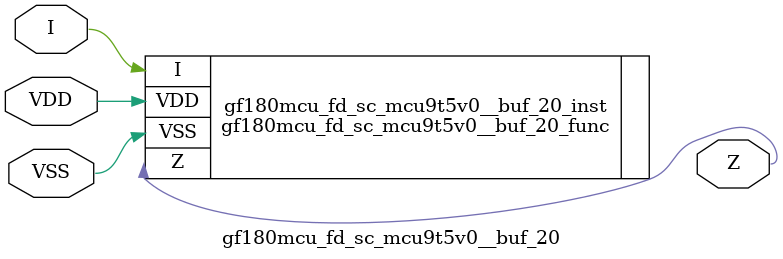
<source format=v>

module gf180mcu_fd_sc_mcu9t5v0__buf_20( I, Z, VDD, VSS );
input I;
inout VDD, VSS;
output Z;

   `ifdef FUNCTIONAL  //  functional //

	gf180mcu_fd_sc_mcu9t5v0__buf_20_func gf180mcu_fd_sc_mcu9t5v0__buf_20_behav_inst(.I(I),.Z(Z),.VDD(VDD),.VSS(VSS));

   `else

	gf180mcu_fd_sc_mcu9t5v0__buf_20_func gf180mcu_fd_sc_mcu9t5v0__buf_20_inst(.I(I),.Z(Z),.VDD(VDD),.VSS(VSS));

	// spec_gates_begin


	// spec_gates_end



   specify

	// specify_block_begin

	// comb arc I --> Z
	 (I => Z) = (1.0,1.0);

	// specify_block_end

   endspecify

   `endif

endmodule

</source>
